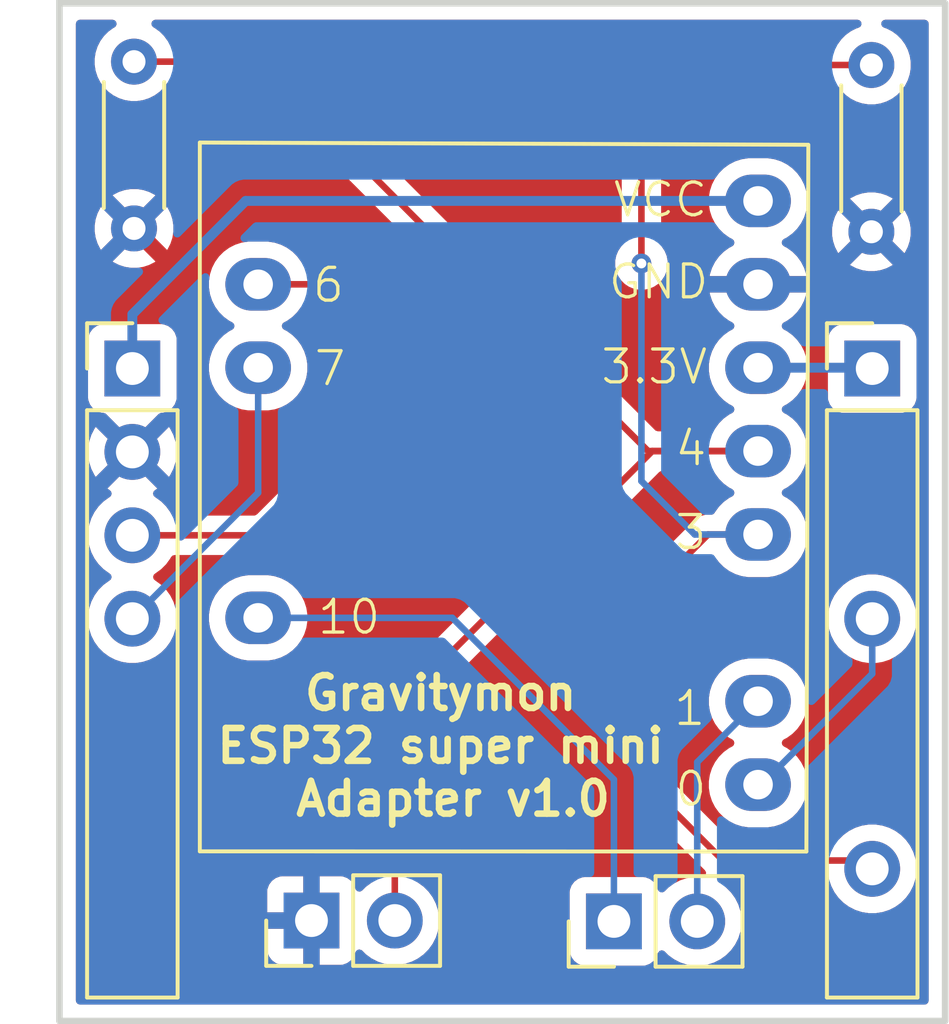
<source format=kicad_pcb>
(kicad_pcb (version 20241229) (generator "pcbnew") (generator_version "9.0")
  (layers (0 "F.Cu" signal) (2 "B.Cu" signal) (13 "F.Paste" user) (15 "B.Paste" user) (5 "F.SilkS" user "F.Silkscreen") (7 "B.SilkS" user "B.Silkscreen") (1 "F.Mask" user) (3 "B.Mask" user) (25 "Edge.Cuts" user))
  (net 0 "")
  (net 1 "/SCL")
  (net 2 "/SDA")
  (net 3 "/BATT")
  (net 4 "/VCC")
  (net 5 "/GND")
  (net 6 "/3V")
  (net 7 "/CHARGING")
  (net 8 "/DS")
  (net 9 "/CFG2")
  (net 10 "/CFG1")
  (footprint "Connector_PinHeader_2.54mm:PinHeader_1x02_P2.54mm_Vertical" (layer "F.Cu") (at 135.2296 96.5962 90)
    (property "Reference" "J4" (hide yes))
    (property "Value" "Charging")
    (fp_line (start -1.38 -1.38) (end 0 -1.38) (stroke (width 0.12)) (layer "F.SilkS"))
    (fp_line (start -1.38 0) (end -1.38 -1.38) (stroke (width 0.12)) (layer "F.SilkS"))
    (fp_line (start 1.38 1.27) (end 1.38 3.92) (stroke (width 0.12)) (layer "F.SilkS"))
    (fp_line (start -1.38 1.27) (end 1.38 1.27) (stroke (width 0.12)) (layer "F.SilkS"))
    (fp_line (start -1.38 1.27) (end -1.38 3.92) (stroke (width 0.12)) (layer "F.SilkS"))
    (fp_line (start -1.38 3.92) (end 1.38 3.92) (stroke (width 0.12)) (layer "F.SilkS"))
    (pad "1" thru_hole rect (at 0 0 90) (size 1.7 1.7) (drill 1) (layers "*.Cu" "*.Mask") (net 5 "/GND"))
    (pad "2" thru_hole circle (at 0 2.54 90) (size 1.7 1.7) (drill 1) (layers "*.Cu" "*.Mask") (net 7 "/CHARGING"))
  )
  (footprint "Connector_PinHeader_2.54mm:PinHeader_1x08_P2.54mm_Vertical" (layer "F.Cu") (at 129.7686 79.7814)
    (property "Reference" "J1" (hide yes))
    (property "Value" "Conn_01x08_Pin" (hide yes))
    (fp_line (start -1.38 -1.38) (end 0 -1.38) (stroke (width 0.12)) (layer "F.SilkS"))
    (fp_line (start -1.38 0) (end -1.38 -1.38) (stroke (width 0.12)) (layer "F.SilkS"))
    (fp_line (start -1.38 1.27) (end -1.38 19.16) (stroke (width 0.12)) (layer "F.SilkS"))
    (fp_line (start -1.38 1.27) (end 1.38 1.27) (stroke (width 0.12)) (layer "F.SilkS"))
    (fp_line (start -1.38 19.16) (end 1.38 19.16) (stroke (width 0.12)) (layer "F.SilkS"))
    (fp_line (start 1.38 1.27) (end 1.38 19.16) (stroke (width 0.12)) (layer "F.SilkS"))
    (pad "1" thru_hole rect (at 0 0) (size 1.7 1.7) (drill 1) (layers "*.Cu" "*.Mask") (net 4 "/VCC"))
    (pad "2" thru_hole circle (at 0 2.54) (size 1.7 1.7) (drill 1) (layers "*.Cu" "*.Mask") (net 5 "/GND"))
    (pad "3" thru_hole circle (at 0 5.08) (size 1.7 1.7) (drill 1) (layers "*.Cu" "*.Mask") (net 1 "/SCL"))
    (pad "4" thru_hole circle (at 0 7.62) (size 1.7 1.7) (drill 1) (layers "*.Cu" "*.Mask") (net 2 "/SDA"))
  )
  (footprint "Connector_PinHeader_2.54mm:PinHeader_1x08_P2.54mm_Vertical" (layer "F.Cu") (at 152.3238 79.7814)
    (property "Reference" "J2" (hide yes))
    (property "Value" "Conn_01x08_Pin" (hide yes))
    (fp_line (start -1.38 -1.38) (end 0 -1.38) (stroke (width 0.12)) (layer "F.SilkS"))
    (fp_line (start -1.38 0) (end -1.38 -1.38) (stroke (width 0.12)) (layer "F.SilkS"))
    (fp_line (start -1.38 1.27) (end -1.38 19.16) (stroke (width 0.12)) (layer "F.SilkS"))
    (fp_line (start -1.38 1.27) (end 1.38 1.27) (stroke (width 0.12)) (layer "F.SilkS"))
    (fp_line (start -1.38 19.16) (end 1.38 19.16) (stroke (width 0.12)) (layer "F.SilkS"))
    (fp_line (start 1.38 1.27) (end 1.38 19.16) (stroke (width 0.12)) (layer "F.SilkS"))
    (pad "1" thru_hole rect (at 0 0) (size 1.7 1.7) (drill 1) (layers "*.Cu" "*.Mask") (net 6 "/3V"))
    (pad "4" thru_hole circle (at 0 7.62) (size 1.7 1.7) (drill 1) (layers "*.Cu" "*.Mask") (net 8 "/DS"))
    (pad "7" thru_hole circle (at 0 15.24) (size 1.7 1.7) (drill 1) (layers "*.Cu" "*.Mask") (net 3 "/BATT"))
  )
  (footprint "Resistor_THT:R_Axial_DIN0204_L3.6mm_D1.6mm_P5.08mm_Horizontal" (layer "F.Cu") (at 129.8194 75.5142 90)
    (property "Reference" "R2" (hide yes))
    (property "Value" "100k" (hide yes))
    (fp_line (start 0.62 -0.92) (end 4.46 -0.92) (stroke (width 0.12)) (layer "F.SilkS"))
    (fp_line (start 0.62 0.92) (end 4.46 0.92) (stroke (width 0.12)) (layer "F.SilkS"))
    (pad "1" thru_hole circle (at 0 0 90) (size 1.4 1.4) (drill 0.7) (layers "*.Cu" "*.Mask") (net 5 "/GND"))
    (pad "2" thru_hole circle (at 5.08 0 90) (size 1.4 1.4) (drill 0.7) (layers "*.Cu" "*.Mask") (net 7 "/CHARGING"))
  )
  (footprint "magnus:tenstar-esp32c3-mini" (layer "F.Cu") (at 125.984 74.676)
    (property "Reference" "U2" (hide yes))
    (property "Value" "~")
    (fp_line (start 5.842 19.812) (end 5.842 -1.778) (stroke (width 0.12)) (layer "F.SilkS"))
    (fp_line (start 5.842 19.812) (end 24.3332 19.817407) (stroke (width 0.12)) (layer "F.SilkS"))
    (fp_line (start 24.3332 19.817407) (end 24.392227 -1.709998) (stroke (width 0.12)) (layer "F.SilkS"))
    (fp_line (start 24.384 -1.71) (end 5.842 -1.778) (stroke (width 0.12)) (layer "F.SilkS"))
    (fp_text user "6" (at 9.2202 3.1496 0) (layer "F.SilkS") (effects (font (thickness 0.1)) (justify left bottom)))
    (fp_text user "4" (at 20.2692 8.128 0) (layer "F.SilkS") (effects (font (thickness 0.1)) (justify left bottom)))
    (fp_text user "10" (at 9.374 13.26 0) (layer "F.SilkS") (effects (font (thickness 0.1)) (justify left bottom)))
    (fp_text user "0" (at 20.2692 18.5 0) (layer "F.SilkS") (effects (font (thickness 0.1)) (justify left bottom)))
    (fp_text user "GND" (at 18.2372 3.048 0) (layer "F.SilkS") (effects (font (thickness 0.1)) (justify left bottom)))
    (fp_text user "VCC" (at 18.3896 0.5492 0) (layer "F.SilkS") (effects (font (thickness 0.1)) (justify left bottom)))
    (fp_text user "3" (at 20.2692 10.68 0) (layer "F.SilkS") (effects (font (thickness 0.1)) (justify left bottom)))
    (fp_text user "3.3V" (at 18.01 5.6372 0) (layer "F.SilkS") (effects (font (thickness 0.1)) (justify left bottom)))
    (fp_text user "1" (at 20.232343 16.04 0) (layer "F.SilkS") (effects (font (thickness 0.1)) (justify left bottom)))
    (fp_text user "7" (at 9.271 5.6896 0) (layer "F.SilkS") (effects (font (thickness 0.1)) (justify left bottom)))
    (pad "2" thru_hole oval (at 7.62 2.54) (size 2 1.6) (drill 0.9) (layers "*.Cu" "*.Mask") (net 1 "/SCL"))
    (pad "3" thru_hole oval (at 7.62 5.08) (size 2 1.6) (drill 0.9) (layers "*.Cu" "*.Mask") (net 2 "/SDA"))
    (pad "6" thru_hole oval (at 7.62 12.7) (size 2 1.6) (drill 0.9) (layers "*.Cu" "*.Mask") (net 9 "/CFG2"))
    (pad "9" thru_hole oval (at 22.86 17.78) (size 2 1.6) (drill 0.9) (layers "*.Cu" "*.Mask") (net 8 "/DS"))
    (pad "10" thru_hole oval (at 22.86 15.24) (size 2 1.6) (drill 0.9) (layers "*.Cu" "*.Mask") (net 10 "/CFG1"))
    (pad "12" thru_hole oval (at 22.86 10.16) (size 2 1.6) (drill 0.9) (layers "*.Cu" "*.Mask") (net 3 "/BATT"))
    (pad "13" thru_hole oval (at 22.86 7.62) (size 2 1.6) (drill 0.9) (layers "*.Cu" "*.Mask") (net 7 "/CHARGING"))
    (pad "14" thru_hole oval (at 22.86 5.08) (size 2 1.6) (drill 0.9) (layers "*.Cu" "*.Mask") (net 6 "/3V"))
    (pad "15" thru_hole oval (at 22.86 2.54) (size 2 1.6) (drill 0.9) (layers "*.Cu" "*.Mask") (net 5 "/GND"))
    (pad "16" thru_hole oval (at 22.86 0) (size 2 1.6) (drill 0.9) (layers "*.Cu" "*.Mask") (net 4 "/VCC"))
  )
  (footprint "Connector_PinHeader_2.54mm:PinHeader_1x02_P2.54mm_Vertical" (layer "F.Cu") (at 144.4498 96.6216 90)
    (property "Reference" "J3" (hide yes))
    (property "Value" "Force config")
    (fp_line (start -1.38 -1.38) (end 0 -1.38) (stroke (width 0.12)) (layer "F.SilkS"))
    (fp_line (start -1.38 0) (end -1.38 -1.38) (stroke (width 0.12)) (layer "F.SilkS"))
    (fp_line (start 1.38 1.27) (end 1.38 3.92) (stroke (width 0.12)) (layer "F.SilkS"))
    (fp_line (start -1.38 1.27) (end 1.38 1.27) (stroke (width 0.12)) (layer "F.SilkS"))
    (fp_line (start -1.38 1.27) (end -1.38 3.92) (stroke (width 0.12)) (layer "F.SilkS"))
    (fp_line (start -1.38 3.92) (end 1.38 3.92) (stroke (width 0.12)) (layer "F.SilkS"))
    (pad "1" thru_hole rect (at 0 0 90) (size 1.7 1.7) (drill 1) (layers "*.Cu" "*.Mask") (net 9 "/CFG2"))
    (pad "2" thru_hole circle (at 0 2.54 90) (size 1.7 1.7) (drill 1) (layers "*.Cu" "*.Mask") (net 10 "/CFG1"))
  )
  (footprint "Resistor_THT:R_Axial_DIN0204_L3.6mm_D1.6mm_P5.08mm_Horizontal" (layer "F.Cu") (at 152.2984 75.6158 90)
    (property "Reference" "R1" (hide yes))
    (property "Value" "220k" (hide yes))
    (fp_line (start 0.62 -0.92) (end 4.46 -0.92) (stroke (width 0.12)) (layer "F.SilkS"))
    (fp_line (start 0.62 0.92) (end 4.46 0.92) (stroke (width 0.12)) (layer "F.SilkS"))
    (pad "1" thru_hole circle (at 0 0 90) (size 1.4 1.4) (drill 0.7) (layers "*.Cu" "*.Mask") (net 5 "/GND"))
    (pad "2" thru_hole circle (at 5.08 0 90) (size 1.4 1.4) (drill 0.7) (layers "*.Cu" "*.Mask") (net 3 "/BATT"))
  )
  (gr_rect (start 127.5462 68.6562) (end 154.5462 99.6562) (stroke (width 0.2)) (fill no) (layer "Edge.Cuts"))
  (gr_text "Gravitymon \nESP32 super mini \nAdapter v1.0" (at 139.5476 93.472 0) (layer "F.SilkS") (effects (font (size 1 1) (thickness 0.2) (bold yes)) (justify bottom)))
  (segment (start 135.255 77.216) (end 136.144 78.105) (width 0.2) (layer "F.Cu") (net 1))
  (segment (start 136.144 82.4992) (end 133.7818 84.8614) (width 0.2) (layer "F.Cu") (net 1))
  (segment (start 133.7818 84.8614) (end 129.7686 84.8614) (width 0.2) (layer "F.Cu") (net 1))
  (segment (start 136.144 78.105) (end 136.144 82.4992) (width 0.2) (layer "F.Cu") (net 1))
  (segment (start 133.604 77.216) (end 135.255 77.216) (width 0.2) (layer "F.Cu") (net 1))
  (segment (start 133.604 83.566) (end 133.604 79.756) (width 0.2) (layer "B.Cu") (net 2))
  (segment (start 129.7686 87.4014) (end 133.604 83.566) (width 0.2) (layer "B.Cu") (net 2))
  (segment (start 147.3962 70.485) (end 147.447 70.5358) (width 0.2) (layer "F.Cu") (net 3))
  (segment (start 147.32 84.836) (end 148.844 84.836) (width 0.2) (layer "F.Cu") (net 3))
  (segment (start 145.6944 86.4616) (end 147.32 84.836) (width 0.2) (layer "F.Cu") (net 3))
  (segment (start 145.288 76.581) (end 145.288 72.5932) (width 0.2) (layer "F.Cu") (net 3))
  (segment (start 145.6944 92.6846) (end 145.6944 86.4616) (width 0.2) (layer "F.Cu") (net 3))
  (segment (start 147.7772 94.7674) (end 145.6944 92.6846) (width 0.2) (layer "F.Cu") (net 3))
  (segment (start 147.447 70.5358) (end 152.2984 70.5358) (width 0.2) (layer "F.Cu") (net 3))
  (segment (start 152.3238 95.0214) (end 152.0698 94.7674) (width 0.2) (layer "F.Cu") (net 3))
  (segment (start 152.0698 94.7674) (end 147.7772 94.7674) (width 0.2) (layer "F.Cu") (net 3))
  (segment (start 145.288 72.5932) (end 147.3962 70.485) (width 0.2) (layer "F.Cu") (net 3))
  (via (at 145.288 76.581) (size 0.6) (drill 0.3) (layers "F.Cu" "B.Cu") (net 3))
  (segment (start 148.844 84.836) (end 146.9136 84.836) (width 0.2) (layer "B.Cu") (net 3))
  (segment (start 145.288 83.2104) (end 145.288 76.581) (width 0.2) (layer "B.Cu") (net 3))
  (segment (start 146.177 84.0994) (end 145.288 83.2104) (width 0.2) (layer "B.Cu") (net 3))
  (segment (start 146.9136 84.836) (end 146.177 84.0994) (width 0.2) (layer "B.Cu") (net 3))
  (segment (start 129.7686 79.7814) (end 129.7686 78.1304) (width 0.3) (layer "B.Cu") (net 4))
  (segment (start 129.7686 78.1304) (end 133.223 74.676) (width 0.3) (layer "B.Cu") (net 4))
  (segment (start 133.223 74.676) (end 148.844 74.676) (width 0.3) (layer "B.Cu") (net 4))
  (segment (start 148.844 79.756) (end 151.9228 79.756) (width 0.3) (layer "B.Cu") (net 6))
  (segment (start 151.9228 79.756) (end 151.9482 79.7814) (width 0.2) (layer "B.Cu") (net 6))
  (segment (start 145.4912 82.296) (end 133.604 70.4088) (width 0.2) (layer "F.Cu") (net 7))
  (segment (start 133.604 70.4088) (end 133.5786 70.4342) (width 0.2) (layer "F.Cu") (net 7))
  (segment (start 133.5786 70.4342) (end 129.8194 70.4342) (width 0.2) (layer "F.Cu") (net 7))
  (segment (start 148.844 82.296) (end 145.6182 82.296) (width 0.2) (layer "F.Cu") (net 7))
  (segment (start 145.6182 82.296) (end 137.7696 90.1446) (width 0.2) (layer "F.Cu") (net 7))
  (segment (start 148.844 82.296) (end 145.4912 82.296) (width 0.2) (layer "F.Cu") (net 7))
  (segment (start 137.7696 90.1446) (end 137.7696 96.5962) (width 0.2) (layer "F.Cu") (net 7))
  (segment (start 148.844 92.456) (end 148.9456 92.456) (width 0.2) (layer "B.Cu") (net 8))
  (segment (start 148.9456 92.456) (end 152.3238 89.0778) (width 0.2) (layer "B.Cu") (net 8))
  (segment (start 152.3238 89.0778) (end 152.3238 87.4014) (width 0.2) (layer "B.Cu") (net 8))
  (segment (start 139.5222 87.376) (end 133.604 87.376) (width 0.2) (layer "B.Cu") (net 9))
  (segment (start 144.4498 92.3036) (end 139.5222 87.376) (width 0.2) (layer "B.Cu") (net 9))
  (segment (start 144.4498 96.6216) (end 144.4498 92.3036) (width 0.2) (layer "B.Cu") (net 9))
  (segment (start 148.844 89.916) (end 146.9898 91.7702) (width 0.2) (layer "B.Cu") (net 10))
  (segment (start 146.9898 91.7702) (end 146.9898 96.6216) (width 0.2) (layer "B.Cu") (net 10))
  (zone (net 5) (net_name "/GND") (layer "F.Cu") (connect_pads (clearance 0.5)) (min_thickness 0.25) (fill yes (thermal_gap 0.5) (thermal_bridge_width 0.5))
    (polygon (pts (xy 127.635 68.707) (xy 154.686 68.707) (xy 154.686 99.441) (xy 127.762 99.568)))
  )
  (zone (net 5) (net_name "/GND") (layer "B.Cu") (priority 1) (connect_pads (clearance 0.5)) (min_thickness 0.25) (fill yes (thermal_gap 0.5) (thermal_bridge_width 0.5))
    (polygon (pts (xy 127.889 99.314) (xy 154.432 99.314) (xy 154.432 68.961) (xy 127.889 68.961)))
  )
)
</source>
